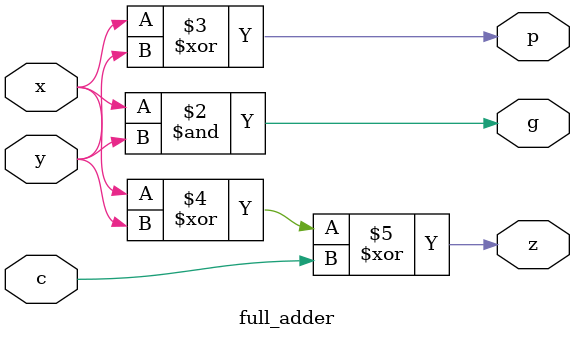
<source format=v>
`timescale 1ns / 1ps

/*

Code for an adder block which also generates the propogate and generate signals
required by the lookahead logic.

*/

module full_adder(
	input x,
	input y,
	input c,
	output reg p,
	output reg g,
	output reg z
    );

	always @( * )
	begin
		g = x & y;
		p = x ^ y;
		z = x ^ y ^ c;
	end

endmodule

</source>
